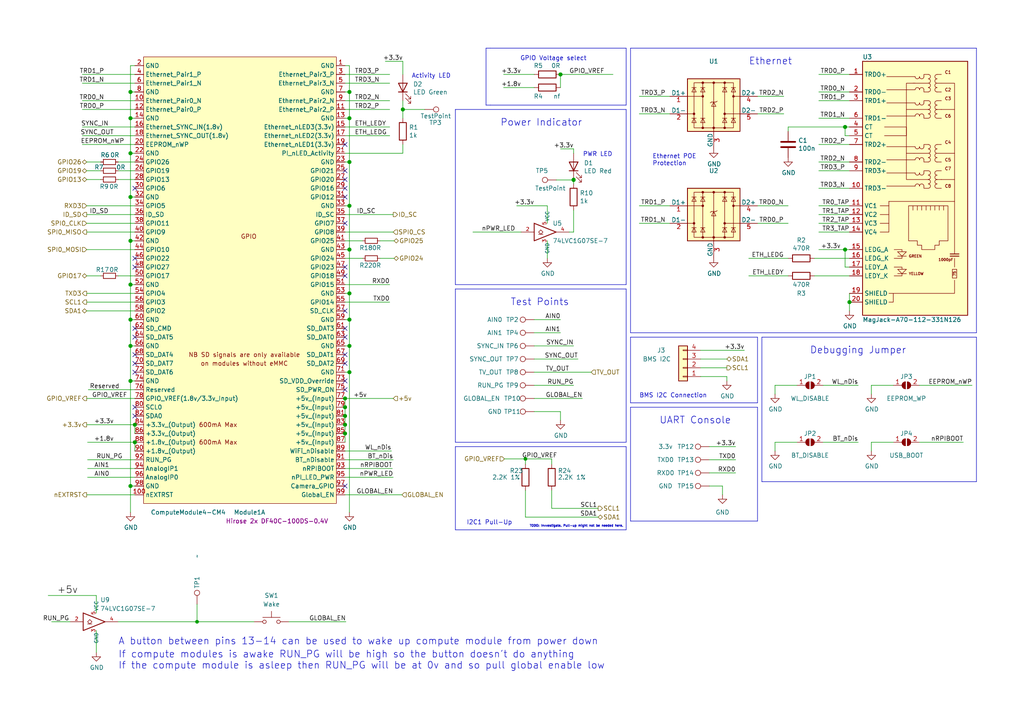
<source format=kicad_sch>
(kicad_sch (version 20211123) (generator eeschema)
  (paper "A4")
  (junction (at 37.846 92.71) (diameter 1.016))
  (junction (at 101.346 59.69) (diameter 1.016))
  (junction (at 152.4 133.096))
  (junction (at 101.346 46.99) (diameter 1.016))
  (junction (at 162.56 21.59) (diameter 1.016))
  (junction (at 101.346 72.39) (diameter 1.016))
  (junction (at 246.38 87.63) (diameter 1.016))
  (junction (at 101.346 26.67) (diameter 1.016))
  (junction (at 245.11 36.83) (diameter 1.016))
  (junction (at 100.076 125.73) (diameter 1.016))
  (junction (at 101.346 85.09) (diameter 1.016))
  (junction (at 37.846 69.85) (diameter 1.016))
  (junction (at 57.15 180.34))
  (junction (at 37.846 26.67) (diameter 1.016))
  (junction (at 100.076 120.65) (diameter 1.016))
  (junction (at 245.11 72.39) (diameter 1.016))
  (junction (at 37.846 100.33) (diameter 1.016))
  (junction (at 37.846 44.45) (diameter 1.016))
  (junction (at 39.116 123.19) (diameter 1.016))
  (junction (at 166.37 52.07))
  (junction (at 116.84 31.75) (diameter 1.016))
  (junction (at 101.346 107.95) (diameter 1.016))
  (junction (at 101.346 34.29) (diameter 1.016))
  (junction (at 166.37 52.197) (diameter 1.016))
  (junction (at 101.346 92.71) (diameter 1.016))
  (junction (at 100.076 115.57) (diameter 1.016))
  (junction (at 100.076 123.19) (diameter 1.016))
  (junction (at 101.346 100.33) (diameter 1.016))
  (junction (at 37.846 82.55) (diameter 1.016))
  (junction (at 39.116 128.27) (diameter 1.016))
  (junction (at 37.846 110.49) (diameter 1.016))
  (junction (at 37.846 34.29) (diameter 1.016))
  (junction (at 37.846 57.15) (diameter 1.016))
  (junction (at 37.846 140.97) (diameter 1.016))
  (junction (at 100.076 118.11) (diameter 1.016))
  (no_connect (at 39.116 77.47))
  (no_connect (at 39.116 74.93))
  (no_connect (at 39.116 95.25))
  (no_connect (at 100.076 49.53))
  (no_connect (at 100.076 52.07))
  (no_connect (at 100.076 54.61))
  (no_connect (at 100.076 77.47))
  (no_connect (at 100.076 80.01))
  (no_connect (at 100.076 90.17))
  (no_connect (at 39.116 54.61))
  (no_connect (at 100.076 102.87))
  (no_connect (at 100.076 105.41))
  (no_connect (at 100.076 113.03))
  (no_connect (at 100.076 95.25))
  (no_connect (at 100.076 97.79))
  (no_connect (at 100.076 57.15))
  (no_connect (at 100.076 64.77))
  (no_connect (at 100.076 110.49))
  (no_connect (at 39.116 120.65))
  (no_connect (at 39.116 118.11))
  (no_connect (at 100.076 140.97))
  (no_connect (at 39.116 97.79))
  (no_connect (at 100.076 41.91))
  (no_connect (at 39.116 107.95))
  (no_connect (at 39.116 105.41))
  (no_connect (at 39.116 102.87))
  (polyline (pts (xy 181.61 129.54) (xy 181.61 153.67)) (stroke (width 0) (type solid)))
  (polyline (pts (xy 132.08 82.55) (xy 132.08 31.75)) (stroke (width 0) (type solid)))
  (wire (pts (xy 23.876 36.83) (xy 39.116 36.83)))
  (wire (pts (xy 37.846 57.15) (xy 39.116 57.15)))
  (wire (pts (xy 100.076 44.45) (xy 116.84 44.45)))
  (wire (pts (xy 237.49 21.59) (xy 246.38 21.59)))
  (wire (pts (xy 210.82 110.49) (xy 210.82 109.22)))
  (wire (pts (xy 34.29 49.53) (xy 39.116 49.53)))
  (wire (pts (xy 110.236 69.85) (xy 114.3 69.85)))
  (wire (pts (xy 152.4 133.096) (xy 152.4 134.62)))
  (wire (pts (xy 101.346 107.95) (xy 101.346 148.59)))
  (wire (pts (xy 100.076 21.59) (xy 113.03 21.59)))
  (polyline (pts (xy 181.61 30.48) (xy 142.24 30.48)) (stroke (width 0) (type solid)))
  (wire (pts (xy 237.49 34.29) (xy 246.38 34.29)))
  (polyline (pts (xy 219.71 151.13) (xy 182.88 151.13)) (stroke (width 0) (type solid)))
  (polyline (pts (xy 283.21 97.79) (xy 283.21 139.7)) (stroke (width 0) (type solid)))
  (wire (pts (xy 83.82 180.34) (xy 100.33 180.34)))
  (wire (pts (xy 245.11 72.39) (xy 246.38 72.39)))
  (wire (pts (xy 101.346 46.99) (xy 101.346 59.69)))
  (wire (pts (xy 160.02 142.24) (xy 160.02 147.447)))
  (wire (pts (xy 37.846 44.45) (xy 37.846 57.15)))
  (wire (pts (xy 34.29 180.34) (xy 57.15 180.34)))
  (polyline (pts (xy 283.21 13.97) (xy 283.21 96.52)) (stroke (width 0) (type solid)))
  (wire (pts (xy 100.076 85.09) (xy 101.346 85.09)))
  (wire (pts (xy 146.05 25.4) (xy 154.94 25.4)))
  (wire (pts (xy 100.076 74.93) (xy 105.156 74.93)))
  (polyline (pts (xy 142.24 13.97) (xy 140.97 13.97)) (stroke (width 0) (type solid)))
  (wire (pts (xy 158.75 59.69) (xy 149.86 59.69)))
  (polyline (pts (xy 182.88 97.79) (xy 182.88 116.84)) (stroke (width 0) (type solid)))
  (wire (pts (xy 25.146 85.09) (xy 39.116 85.09)))
  (wire (pts (xy 27.94 172.72) (xy 27.94 177.8)))
  (wire (pts (xy 25.146 59.69) (xy 39.116 59.69)))
  (wire (pts (xy 25.4 138.43) (xy 39.116 138.43)))
  (polyline (pts (xy 220.98 97.79) (xy 283.21 97.79)) (stroke (width 0) (type solid)))
  (wire (pts (xy 34.29 80.01) (xy 39.116 80.01)))
  (polyline (pts (xy 181.61 83.82) (xy 181.61 128.27)) (stroke (width 0) (type solid)))
  (wire (pts (xy 203.2 109.22) (xy 210.82 109.22)))
  (polyline (pts (xy 132.08 83.82) (xy 181.61 83.82)) (stroke (width 0) (type solid)))
  (wire (pts (xy 154.94 115.57) (xy 168.91 115.57)))
  (polyline (pts (xy 132.08 128.27) (xy 132.08 83.82)) (stroke (width 0) (type solid)))
  (wire (pts (xy 228.6 38.1) (xy 228.6 36.83)))
  (wire (pts (xy 100.076 34.29) (xy 101.346 34.29)))
  (wire (pts (xy 25.146 115.57) (xy 39.116 115.57)))
  (wire (pts (xy 266.7 111.76) (xy 281.94 111.76)))
  (wire (pts (xy 101.346 85.09) (xy 101.346 92.71)))
  (wire (pts (xy 160.02 133.096) (xy 160.02 134.62)))
  (wire (pts (xy 37.846 19.05) (xy 37.846 26.67)))
  (polyline (pts (xy 283.21 139.7) (xy 220.98 139.7)) (stroke (width 0) (type solid)))
  (wire (pts (xy 100.076 36.83) (xy 113.03 36.83)))
  (wire (pts (xy 152.4 149.987) (xy 173.482 149.987)))
  (wire (pts (xy 154.94 111.76) (xy 166.37 111.76)))
  (wire (pts (xy 34.29 46.99) (xy 39.116 46.99)))
  (polyline (pts (xy 181.61 128.27) (xy 132.08 128.27)) (stroke (width 0) (type solid)))
  (wire (pts (xy 154.94 100.33) (xy 166.37 100.33)))
  (wire (pts (xy 37.846 69.85) (xy 39.116 69.85)))
  (wire (pts (xy 100.076 19.05) (xy 101.346 19.05)))
  (wire (pts (xy 25.4 133.35) (xy 39.116 133.35)))
  (wire (pts (xy 100.076 107.95) (xy 101.346 107.95)))
  (wire (pts (xy 252.73 114.3) (xy 252.73 111.76)))
  (wire (pts (xy 236.22 74.93) (xy 246.38 74.93)))
  (wire (pts (xy 266.7 128.27) (xy 279.4 128.27)))
  (wire (pts (xy 23.876 39.37) (xy 39.116 39.37)))
  (wire (pts (xy 237.49 59.69) (xy 246.38 59.69)))
  (wire (pts (xy 152.4 142.24) (xy 152.4 149.987)))
  (wire (pts (xy 25.146 87.63) (xy 39.116 87.63)))
  (wire (pts (xy 39.116 67.31) (xy 25.146 67.31)))
  (wire (pts (xy 100.076 46.99) (xy 101.346 46.99)))
  (wire (pts (xy 100.076 138.43) (xy 114.046 138.43)))
  (wire (pts (xy 100.076 26.67) (xy 101.346 26.67)))
  (wire (pts (xy 236.22 80.01) (xy 246.38 80.01)))
  (wire (pts (xy 39.116 72.39) (xy 25.146 72.39)))
  (wire (pts (xy 100.076 24.13) (xy 113.03 24.13)))
  (wire (pts (xy 39.116 19.05) (xy 37.846 19.05)))
  (wire (pts (xy 166.37 43.18) (xy 162.56 43.18)))
  (wire (pts (xy 25.4 128.27) (xy 39.116 128.27)))
  (wire (pts (xy 100.076 120.65) (xy 100.076 123.19)))
  (wire (pts (xy 100.076 130.81) (xy 113.538 130.81)))
  (wire (pts (xy 39.116 128.27) (xy 39.37 128.27)))
  (polyline (pts (xy 132.08 31.75) (xy 181.61 31.75)) (stroke (width 0) (type solid)))
  (wire (pts (xy 205.74 129.54) (xy 213.36 129.54)))
  (wire (pts (xy 39.116 140.97) (xy 37.846 140.97)))
  (wire (pts (xy 34.29 52.07) (xy 39.116 52.07)))
  (wire (pts (xy 205.74 140.97) (xy 209.55 140.97)))
  (wire (pts (xy 13.97 172.72) (xy 27.94 172.72)))
  (wire (pts (xy 110.236 74.93) (xy 114.3 74.93)))
  (wire (pts (xy 194.31 64.77) (xy 185.42 64.77)))
  (wire (pts (xy 100.076 115.57) (xy 114.046 115.57)))
  (wire (pts (xy 224.79 114.3) (xy 224.79 111.76)))
  (wire (pts (xy 101.346 92.71) (xy 101.346 100.33)))
  (wire (pts (xy 37.846 82.55) (xy 39.116 82.55)))
  (wire (pts (xy 162.56 21.59) (xy 162.56 25.4)))
  (wire (pts (xy 224.79 128.27) (xy 231.14 128.27)))
  (wire (pts (xy 100.076 62.23) (xy 114.046 62.23)))
  (wire (pts (xy 209.55 140.97) (xy 209.55 143.51)))
  (wire (pts (xy 101.346 72.39) (xy 101.346 85.09)))
  (wire (pts (xy 166.37 44.45) (xy 166.37 43.18)))
  (wire (pts (xy 237.49 67.31) (xy 246.38 67.31)))
  (wire (pts (xy 37.846 92.71) (xy 39.116 92.71)))
  (wire (pts (xy 224.79 130.81) (xy 224.79 128.27)))
  (wire (pts (xy 100.076 69.85) (xy 105.156 69.85)))
  (polyline (pts (xy 140.97 30.48) (xy 140.97 13.97)) (stroke (width 0) (type solid)))
  (wire (pts (xy 37.846 110.49) (xy 37.846 140.97)))
  (wire (pts (xy 237.49 62.23) (xy 246.38 62.23)))
  (wire (pts (xy 245.11 77.47) (xy 245.11 72.39)))
  (polyline (pts (xy 181.61 13.97) (xy 181.61 30.48)) (stroke (width 0) (type solid)))
  (wire (pts (xy 246.38 85.09) (xy 246.38 87.63)))
  (wire (pts (xy 100.076 125.73) (xy 100.076 128.27)))
  (wire (pts (xy 25.146 62.23) (xy 39.116 62.23)))
  (wire (pts (xy 205.74 137.16) (xy 213.36 137.16)))
  (wire (pts (xy 25.146 80.01) (xy 29.21 80.01)))
  (wire (pts (xy 25.146 46.99) (xy 29.21 46.99)))
  (wire (pts (xy 100.076 59.69) (xy 101.346 59.69)))
  (wire (pts (xy 237.49 64.77) (xy 246.38 64.77)))
  (wire (pts (xy 100.076 118.11) (xy 100.076 120.65)))
  (wire (pts (xy 25.4 135.89) (xy 39.116 135.89)))
  (wire (pts (xy 158.75 69.85) (xy 158.75 74.93)))
  (wire (pts (xy 166.37 60.96) (xy 166.37 67.31)))
  (wire (pts (xy 162.56 21.59) (xy 177.8 21.59)))
  (wire (pts (xy 100.076 29.21) (xy 113.03 29.21)))
  (wire (pts (xy 100.076 135.89) (xy 113.792 135.89)))
  (wire (pts (xy 100.076 123.19) (xy 100.076 125.73)))
  (wire (pts (xy 23.876 41.91) (xy 39.116 41.91)))
  (wire (pts (xy 224.79 111.76) (xy 231.14 111.76)))
  (wire (pts (xy 23.876 21.59) (xy 39.116 21.59)))
  (wire (pts (xy 160.02 147.447) (xy 173.482 147.447)))
  (wire (pts (xy 237.49 26.67) (xy 246.38 26.67)))
  (wire (pts (xy 100.076 31.75) (xy 113.03 31.75)))
  (wire (pts (xy 166.37 52.07) (xy 166.37 52.197)))
  (wire (pts (xy 237.49 72.39) (xy 245.11 72.39)))
  (wire (pts (xy 203.2 101.6) (xy 215.9 101.6)))
  (wire (pts (xy 219.71 59.69) (xy 228.6 59.69)))
  (wire (pts (xy 100.076 39.37) (xy 113.03 39.37)))
  (wire (pts (xy 228.6 36.83) (xy 245.11 36.83)))
  (wire (pts (xy 37.846 100.33) (xy 39.116 100.33)))
  (wire (pts (xy 166.37 67.31) (xy 165.1 67.31)))
  (wire (pts (xy 100.076 82.55) (xy 113.03 82.55)))
  (wire (pts (xy 100.076 67.31) (xy 114.046 67.31)))
  (wire (pts (xy 154.94 92.71) (xy 162.56 92.71)))
  (wire (pts (xy 185.42 27.94) (xy 194.31 27.94)))
  (wire (pts (xy 25.146 143.51) (xy 39.116 143.51)))
  (wire (pts (xy 238.76 128.27) (xy 248.92 128.27)))
  (polyline (pts (xy 181.61 82.55) (xy 132.08 82.55)) (stroke (width 0) (type solid)))
  (wire (pts (xy 57.15 180.34) (xy 73.66 180.34)))
  (polyline (pts (xy 219.71 97.79) (xy 219.71 116.84)) (stroke (width 0) (type solid)))
  (wire (pts (xy 152.4 133.096) (xy 160.02 133.096)))
  (wire (pts (xy 101.346 26.67) (xy 101.346 34.29)))
  (polyline (pts (xy 283.21 96.52) (xy 182.88 96.52)) (stroke (width 0) (type solid)))
  (wire (pts (xy 39.116 125.73) (xy 39.116 123.19)))
  (wire (pts (xy 237.49 41.91) (xy 246.38 41.91)))
  (wire (pts (xy 158.75 64.77) (xy 158.75 59.69)))
  (polyline (pts (xy 182.88 151.13) (xy 182.88 118.11)) (stroke (width 0) (type solid)))
  (polyline (pts (xy 142.24 13.97) (xy 181.61 13.97)) (stroke (width 0) (type solid)))
  (wire (pts (xy 116.84 31.75) (xy 116.84 29.21)))
  (polyline (pts (xy 219.71 116.84) (xy 182.88 116.84)) (stroke (width 0) (type solid)))
  (wire (pts (xy 217.17 80.01) (xy 228.6 80.01)))
  (wire (pts (xy 161.3662 52.197) (xy 166.37 52.197)))
  (polyline (pts (xy 182.88 97.79) (xy 219.71 97.79)) (stroke (width 0) (type solid)))
  (wire (pts (xy 39.116 130.81) (xy 39.116 128.27)))
  (polyline (pts (xy 181.61 153.67) (xy 132.08 153.67)) (stroke (width 0) (type solid)))
  (wire (pts (xy 101.346 59.69) (xy 101.346 72.39)))
  (wire (pts (xy 166.37 52.197) (xy 166.37 53.34)))
  (wire (pts (xy 116.84 21.59) (xy 116.84 17.78)))
  (wire (pts (xy 219.71 33.02) (xy 227.33 33.02)))
  (wire (pts (xy 100.076 100.33) (xy 101.346 100.33)))
  (wire (pts (xy 100.076 143.51) (xy 116.586 143.51)))
  (wire (pts (xy 37.846 110.49) (xy 39.116 110.49)))
  (wire (pts (xy 252.73 130.81) (xy 252.73 128.27)))
  (wire (pts (xy 100.076 133.35) (xy 114.046 133.35)))
  (wire (pts (xy 37.846 44.45) (xy 39.116 44.45)))
  (polyline (pts (xy 182.88 118.11) (xy 219.71 118.11)) (stroke (width 0) (type solid)))
  (polyline (pts (xy 182.88 96.52) (xy 182.88 13.97)) (stroke (width 0) (type solid)))
  (wire (pts (xy 100.076 115.57) (xy 100.076 118.11)))
  (wire (pts (xy 219.71 27.94) (xy 227.33 27.94)))
  (polyline (pts (xy 181.61 31.75) (xy 181.61 82.55)) (stroke (width 0) (type solid)))
  (wire (pts (xy 217.17 74.93) (xy 228.6 74.93)))
  (wire (pts (xy 39.116 34.29) (xy 37.846 34.29)))
  (wire (pts (xy 101.346 34.29) (xy 101.346 46.99)))
  (wire (pts (xy 238.76 111.76) (xy 248.92 111.76)))
  (wire (pts (xy 23.876 29.21) (xy 39.116 29.21)))
  (wire (pts (xy 185.42 33.02) (xy 194.31 33.02)))
  (wire (pts (xy 25.146 52.07) (xy 29.21 52.07)))
  (wire (pts (xy 37.846 34.29) (xy 37.846 44.45)))
  (polyline (pts (xy 140.97 30.48) (xy 142.24 30.48)) (stroke (width 0) (type solid)))
  (wire (pts (xy 25.146 90.17) (xy 39.116 90.17)))
  (wire (pts (xy 100.076 92.71) (xy 101.346 92.71)))
  (wire (pts (xy 39.116 26.67) (xy 37.846 26.67)))
  (wire (pts (xy 25.146 49.53) (xy 29.21 49.53)))
  (wire (pts (xy 27.94 182.88) (xy 27.94 189.23)))
  (wire (pts (xy 37.846 82.55) (xy 37.846 92.71)))
  (wire (pts (xy 246.38 87.63) (xy 246.38 90.17)))
  (wire (pts (xy 25.6032 113.03) (xy 39.116 113.03)))
  (wire (pts (xy 146.304 133.096) (xy 152.4 133.096)))
  (polyline (pts (xy 220.98 97.79) (xy 220.98 139.7)) (stroke (width 0) (type solid)))
  (wire (pts (xy 162.56 119.38) (xy 162.56 121.92)))
  (wire (pts (xy 111.76 17.78) (xy 116.84 17.78)))
  (wire (pts (xy 37.846 92.71) (xy 37.846 100.33)))
  (wire (pts (xy 246.38 77.47) (xy 245.11 77.47)))
  (wire (pts (xy 154.94 107.95) (xy 171.45 107.95)))
  (wire (pts (xy 37.846 100.33) (xy 37.846 110.49)))
  (wire (pts (xy 101.346 19.05) (xy 101.346 26.67)))
  (wire (pts (xy 37.846 140.97) (xy 37.846 148.59)))
  (wire (pts (xy 25.146 123.19) (xy 39.116 123.19)))
  (wire (pts (xy 237.49 54.61) (xy 246.38 54.61)))
  (wire (pts (xy 185.42 59.69) (xy 194.31 59.69)))
  (wire (pts (xy 246.38 39.37) (xy 245.11 39.37)))
  (wire (pts (xy 137.16 67.31) (xy 151.13 67.31)))
  (wire (pts (xy 252.73 128.27) (xy 259.08 128.27)))
  (wire (pts (xy 245.11 39.37) (xy 245.11 36.83)))
  (wire (pts (xy 37.846 57.15) (xy 37.846 69.85)))
  (polyline (pts (xy 132.08 129.54) (xy 181.61 129.54)) (stroke (width 0) (type solid)))
  (wire (pts (xy 101.346 100.33) (xy 101.346 107.95)))
  (wire (pts (xy 154.94 104.14) (xy 167.64 104.14)))
  (wire (pts (xy 205.74 133.35) (xy 213.36 133.35)))
  (polyline (pts (xy 219.71 118.11) (xy 219.71 151.13)) (stroke (width 0) (type solid)))
  (wire (pts (xy 23.876 24.13) (xy 39.116 24.13)))
  (wire (pts (xy 146.05 21.59) (xy 154.94 21.59)))
  (wire (pts (xy 14.986 180.34) (xy 20.32 180.34)))
  (wire (pts (xy 203.2 106.68) (xy 210.82 106.68)))
  (wire (pts (xy 237.49 49.53) (xy 246.38 49.53)))
  (wire (pts (xy 246.38 36.83) (xy 245.11 36.83)))
  (polyline (pts (xy 132.08 129.54) (xy 132.08 153.67)) (stroke (width 0) (type solid)))
  (wire (pts (xy 123.19 31.75) (xy 116.84 31.75)))
  (wire (pts (xy 154.94 119.38) (xy 162.56 119.38)))
  (wire (pts (xy 116.84 34.29) (xy 116.84 31.75)))
  (wire (pts (xy 154.94 96.52) (xy 162.56 96.52)))
  (wire (pts (xy 116.84 44.45) (xy 116.84 41.91)))
  (wire (pts (xy 237.49 46.99) (xy 246.38 46.99)))
  (wire (pts (xy 219.71 64.77) (xy 228.6 64.77)))
  (wire (pts (xy 203.2 104.14) (xy 210.82 104.14)))
  (wire (pts (xy 100.076 87.63) (xy 113.03 87.63)))
  (wire (pts (xy 57.15 175.26) (xy 57.15 180.34)))
  (wire (pts (xy 23.876 31.75) (xy 39.116 31.75)))
  (wire (pts (xy 39.116 64.77) (xy 25.146 64.77)))
  (wire (pts (xy 37.846 69.85) (xy 37.846 82.55)))
  (wire (pts (xy 100.076 72.39) (xy 101.346 72.39)))
  (polyline (pts (xy 182.88 13.97) (xy 283.21 13.97)) (stroke (width 0) (type solid)))
  (wire (pts (xy 237.49 29.21) (xy 246.38 29.21)))
  (wire (pts (xy 252.73 111.76) (xy 259.08 111.76)))
  (wire (pts (xy 37.846 26.67) (xy 37.846 34.29)))
  (text "Power Indicator" (at 168.91 36.83 180) (effects (font (size 2 2)) (justify right bottom)))
  (text "PWR LED" (at 169.037 45.593 0) (effects (font (size 1.27 1.27)) (justify left bottom)))
  (text "Ethernet POE\nProtection" (at 189.23 48.26 0) (effects (font (size 1.27 1.27)) (justify left bottom)))
  (text "Debugging Jumper" (at 262.89 102.87 180) (effects (font (size 2 2)) (justify right bottom)))
  (text "UART Console" (at 212.09 123.19 180) (effects (font (size 2 2)) (justify right bottom)))
  (text "GPIO Voltage select\n" (at 170.18 17.78 180) (effects (font (size 1.27 1.27)) (justify right bottom)))
  (text "Ethernet" (at 217.17 19.05 0) (effects (font (size 2.0066 2.0066)) (justify left bottom)))
  (text "Activity LED" (at 119.38 22.86 0) (effects (font (size 1.27 1.27)) (justify left bottom)))
  (text "I2C1 Pull-Up" (at 148.59 152.4 180) (effects (font (size 1.27 1.27)) (justify right bottom)))
  (text "A button between pins 13-14 can be used to wake up compute module from power down\n\n" (at 34.29 190.5 0) (effects (font (size 2.007 2.007)) (justify left bottom)))
  (text "If compute modules is awake RUN_PG will be high so the button doesn't do anything\nIf the compute module is asleep then RUN_PG will be at 0v and so pull global enable low" (at 34.29 194.31 0) (effects (font (size 2.007 2.007)) (justify left bottom)))
  (text "TODO: Invvestigate. Pull-up might not be needed here." (at 180.848 153.035 0) (effects (font (size 0.64 0.64)) (justify right bottom)))
  (text "Test Points" (at 165.1 88.9 180) (effects (font (size 2 2)) (justify right bottom)))
  (text "BMS I2C Connection" (at 185.42 115.57 0) (effects (font (size 1.27 1.27)) (justify left bottom)))
  (label "GLOBAL_EN" (at 168.91 115.57 180))
  (label "TRD1_N" (at 193.04 64.77 180))
  (label "TRD2_P" (at 245.11 41.91 180))
  (label "BT_nDis" (at 248.92 128.27 180))
  (label "TRD2_N" (at 245.11 46.99 180))
  (label "+3.3v" (at 215.9 101.6 180))
  (label "TR2_TAP" (at 246.38 64.77 180))
  (label "ID_SC" (at 108.966 62.23 180))
  (label "TRD1_P" (at 245.11 29.21 180))
  (label "TRD1_P" (at 30.226 21.59 180))
  (label "Reserved" (at 34.671 113.03 180))
  (label "+3.3v" (at 151.13 21.59 180))
  (label "nPWR_LED" (at 114.046 138.43 180))
  (label "+5v" (at 16.51 172.72 0) (effects (font (size 2.0066 2.0066))))
  (label "WL_nDis" (at 248.92 111.76 180))
  (label "BT_nDis" (at 114.046 133.35 180))
  (label "+3.3v" (at 213.36 129.54 180))
  (label "EEPROM_nWP" (at 36.068 41.91 180))
  (label "TRD0_N" (at 227.33 59.69 180))
  (label "AIN0" (at 162.56 92.71 180))
  (label "RXD0" (at 213.36 137.16 180))
  (label "SYNC_IN" (at 31.496 36.83 180))
  (label "TRD3_N" (at 193.04 33.02 180))
  (label "TRD2_P" (at 102.87 31.75 0))
  (label "nRPIBOOT" (at 113.792 135.89 180))
  (label "GPIO_VREF" (at 26.67 115.57 0))
  (label "TRD3_N" (at 102.87 24.13 0))
  (label "TR0_TAP" (at 246.38 59.69 180))
  (label "SDA1" (at 173.228 149.987 180))
  (label "TRD0_P" (at 227.33 64.77 180))
  (label "AIN1" (at 162.56 96.52 180))
  (label "TRD2_N" (at 227.33 27.94 180))
  (label "GPIO_VREF" (at 165.1 21.59 0))
  (label "TRD0_P" (at 245.11 21.59 180))
  (label "TRD2_P" (at 227.33 33.02 180))
  (label "ETH_LEDG" (at 227.33 74.93 180))
  (label "+3.3v" (at 166.37 43.18 180))
  (label "GPIO_VREF" (at 151.384 133.096 0))
  (label "AIN1" (at 31.75 135.89 180))
  (label "TRD3_N" (at 245.11 54.61 180))
  (label "SYNC_IN" (at 166.37 100.33 180))
  (label "TRD0_N" (at 30.226 29.21 180))
  (label "RUN_PG" (at 166.37 111.76 180))
  (label "TRD1_N" (at 245.11 34.29 180))
  (label "TXD0" (at 213.36 133.35 180))
  (label "nPWR_LED" (at 139.7 67.31 0))
  (label "+3.3v" (at 33.02 123.19 180))
  (label "+5v" (at 106.426 115.57 180))
  (label "SYNC_OUT" (at 33.02 39.37 180))
  (label "TXD0" (at 113.03 87.63 180))
  (label "EEPROM_nWP" (at 281.94 111.76 180))
  (label "SYNC_OUT" (at 167.64 104.14 180))
  (label "SCL1" (at 173.228 147.447 180))
  (label "GLOBAL_EN" (at 114.046 143.51 180))
  (label "GLOBAL_EN" (at 100.33 180.34 180))
  (label "+1.8v" (at 33.02 128.27 180))
  (label "TV_OUT" (at 165.1 107.95 180))
  (label "RUN_PG" (at 35.56 133.35 180))
  (label "TRD3_P" (at 245.11 49.53 180))
  (label "TRD3_P" (at 102.87 21.59 0))
  (label "TRD1_N" (at 30.226 24.13 180))
  (label "ETH_LEDG" (at 102.87 39.37 0))
  (label "TR1_TAP" (at 246.38 62.23 180))
  (label "RXD0" (at 113.03 82.55 180))
  (label "+3.3v" (at 116.84 17.78 180))
  (label "ETH_LEDY" (at 102.87 36.83 0))
  (label "+3.3v" (at 243.84 72.39 180))
  (label "WL_nDis" (at 113.538 130.81 180))
  (label "ID_SD" (at 31.496 62.23 180))
  (label "TRD2_N" (at 102.87 29.21 0))
  (label "nRPIBOOT" (at 279.4 128.27 180))
  (label "+3.3v" (at 154.94 59.69 180))
  (label "TRD3_P" (at 193.04 27.94 180))
  (label "+1.8v" (at 151.13 25.4 180))
  (label "RUN_PG" (at 20.066 180.34 180))
  (label "TRD1_P" (at 193.04 59.69 180))
  (label "TRD0_N" (at 245.11 26.67 180))
  (label "TRD0_P" (at 30.226 31.75 180))
  (label "ETH_LEDY" (at 227.33 80.01 180))
  (label "AIN0" (at 31.75 138.43 180))
  (label "TR3_TAP" (at 246.38 67.31 180))
  (hierarchical_label "+5v" (shape input) (at 114.046 115.57 0))
  (hierarchical_label "GLOBAL_EN" (shape input) (at 116.586 143.51 0))
  (hierarchical_label "ID_SC" (shape output) (at 114.046 62.23 0))
  (hierarchical_label "SCL1" (shape output) (at 210.82 106.68 0))
  (hierarchical_label "SDA1" (shape bidirectional) (at 173.482 149.987 0))
  (hierarchical_label "SDA1" (shape bidirectional) (at 210.82 104.14 0))
  (hierarchical_label "GPIO26" (shape bidirectional) (at 25.146 46.99 180))
  (hierarchical_label "SPI0_MISO" (shape output) (at 25.146 67.31 180))
  (hierarchical_label "GPIO_VREF" (shape input) (at 146.304 133.096 180))
  (hierarchical_label "GPIO13" (shape bidirectional) (at 25.146 52.07 180))
  (hierarchical_label "RXD3" (shape input) (at 25.146 59.69 180))
  (hierarchical_label "GPIO19" (shape bidirectional) (at 25.146 49.53 180))
  (hierarchical_label "SDA1" (shape bidirectional) (at 25.146 90.17 180))
  (hierarchical_label "SPI0_MOSI" (shape input) (at 25.146 72.39 180))
  (hierarchical_label "SPI0_CLK" (shape input) (at 25.146 64.77 180))
  (hierarchical_label "GPIO25" (shape bidirectional) (at 114.3 69.85 0))
  (hierarchical_label "SCL1" (shape output) (at 173.482 147.447 0))
  (hierarchical_label "TXD3" (shape output) (at 25.146 85.09 180))
  (hierarchical_label "GPIO17" (shape bidirectional) (at 25.146 80.01 180))
  (hierarchical_label "TV_OUT" (shape input) (at 171.45 107.95 0))
  (hierarchical_label "GPIO24" (shape bidirectional) (at 114.3 74.93 0))
  (hierarchical_label "SPI0_CS" (shape input) (at 114.046 67.31 0))
  (hierarchical_label "ID_SD" (shape output) (at 25.146 62.23 180))
  (hierarchical_label "GPIO_VREF" (shape output) (at 25.146 115.57 180))
  (hierarchical_label "SCL1" (shape output) (at 25.146 87.63 180))
  (hierarchical_label "nEXTRST" (shape output) (at 25.146 143.51 180))
  (hierarchical_label "+3.3v" (shape output) (at 25.146 123.19 180))
  (symbol (lib_id "Teapot:74LVC1G07") (at 158.75 67.31 0) (unit 1)
    (property "Reference" "U5" (at 160.274 64.77 0) (effects (justify left)))
    (property "Value" "74LVC1G07SE-7" (at 160.274 69.85 0) (effects (justify left)))
    (property "Footprint" "Package_TO_SOT_SMD:SOT-353_SC-70-5" (effects hide))
    (property "Datasheet" "http://www.ti.com/lit/sg/scyt129e/scyt129e.pdf" (effects hide))
    (property "Field4" "Farnell" (effects hide))
    (property "Field5" "2425492" (effects hide))
    (property "Field6" "74LVC1G07SE-7" (effects hide))
    (property "Field7" "Diodes" (effects hide))
    (property "Part Description" "Buffer, Non-Inverting 1 Element 1 Bit per Element Open Drain Output SOT-353" (effects hide))
  )
  (symbol (lib_id "Teapot:74LVC1G07") (at 27.94 180.34 0) (unit 1)
    (property "Reference" "U9" (at 30.48 173.99 0))
    (property "Value" "74LVC1G07SE-7" (at 37.084 176.53 0))
    (property "Footprint" "Package_TO_SOT_SMD:SOT-353_SC-70-5" (effects hide))
    (property "Datasheet" "http://www.ti.com/lit/sg/scyt129e/scyt129e.pdf" (effects hide))
    (property "Field4" "Farnell" (effects hide))
    (property "Field5" "2425492" (effects hide))
    (property "Field6" "74LVC1G07SE-7" (effects hide))
    (property "Field7" "Diodes" (effects hide))
    (property "Part Description" "Buffer, Non-Inverting 1 Element 1 Bit per Element Open Drain Output SOT-353" (effects hide))
  )
  (symbol (lib_id "power:GND") (at 27.94 189.23 0) (unit 1)
    (property "Reference" "#PWR027" (effects hide))
    (property "Value" "GND" (at 28.067 193.6242 0))
  )
  (symbol (lib_id "Teapot:MagJack-A70-112-331N126") (at 267.97 92.71 0) (unit 1)
    (property "Reference" "U3" (at 250.19 16.51 0) (effects (justify left)))
    (property "Value" "MagJack-A70-112-331N126" (at 250.19 92.71 0) (effects (justify left)))
    (property "Footprint" "Teapot:TRJG0926HENL" (effects hide))
    (property "Datasheet" "https://p.globalsources.com/IMAGES/PDT/SPEC/690/K1160305690.pdf" (effects hide))
    (property "Field6" "TRJG0926HENL" (effects hide))
    (property "Field7" "Trxcon" (effects hide))
    (property "Field8" "UCON00900" (effects hide))
    (property "Part Description" "Gigabit Ethernet Magjack" (effects hide))
  )
  (symbol (lib_id "Device:C") (at 228.6 41.91 0) (unit 1)
    (property "Reference" "C1" (at 231.521 40.7416 0) (effects (justify left)))
    (property "Value" "100n" (at 231.521 43.053 0) (effects (justify left)))
    (property "Footprint" "Capacitor_SMD:C_0402_1005Metric" (effects hide))
    (property "Datasheet" "https://search.murata.co.jp/Ceramy/image/img/A01X/G101/ENG/GRM155R71C104KA88-01.pdf" (effects hide))
    (property "Field4" "Farnell" (effects hide))
    (property "Field5" "2611911" (effects hide))
    (property "Field6" "RM EMK105 B7104KV-F" (effects hide))
    (property "Field7" "TAIYO YUDEN EUROPE GMBH" (effects hide))
    (property "Part Description" "	0.1uF 10% 16V Ceramic Capacitor X7R 0402 (1005 Metric)" (effects hide))
    (property "Field8" "110091611" (effects hide))
  )
  (symbol (lib_id "power:GND") (at 228.6 45.72 0) (unit 1)
    (property "Reference" "#PWR0103" (effects hide))
    (property "Value" "GND" (at 228.727 50.1142 0))
  )
  (symbol (lib_id "Device:R") (at 232.41 74.93 270) (unit 1)
    (property "Reference" "R2" (at 232.41 69.6722 90))
    (property "Value" "470R" (at 232.41 71.9836 90))
    (property "Footprint" "Resistor_SMD:R_0402_1005Metric" (effects hide))
    (property "Datasheet" "https://fscdn.rohm.com/en/products/databook/datasheet/passive/resistor/chip_resistor/mcr-e.pdf" (effects hide))
    (property "Field4" "Farnell" (effects hide))
    (property "Field5" "9239197" (effects hide))
    (property "Field7" "KOA EUROPE GMBH" (effects hide))
    (property "Field6" "RK73G1ETQTP4700D         " (effects hide))
    (property "Field8" "120887981" (effects hide))
    (property "Part Description" "Resistor 470R M1005 1% 63mW" (effects hide))
  )
  (symbol (lib_id "Device:R") (at 232.41 80.01 270) (unit 1)
    (property "Reference" "R3" (at 232.41 85.09 90))
    (property "Value" "470R" (at 232.41 82.55 90))
    (property "Footprint" "Resistor_SMD:R_0402_1005Metric" (effects hide))
    (property "Datasheet" "https://fscdn.rohm.com/en/products/databook/datasheet/passive/resistor/chip_resistor/mcr-e.pdf" (effects hide))
    (property "Field4" "Farnell" (effects hide))
    (property "Field5" "9239197" (effects hide))
    (property "Field7" "KOA EUROPE GMBH" (effects hide))
    (property "Field6" "RK73G1ETQTP4700D         " (effects hide))
    (property "Field8" "120887981" (effects hide))
    (property "Part Description" "Resistor 470R M1005 1% 63mW" (effects hide))
  )
  (symbol (lib_id "power:GND") (at 37.846 148.59 0) (unit 1)
    (property "Reference" "#PWR0104" (effects hide))
    (property "Value" "GND" (at 37.973 152.9842 0))
  )
  (symbol (lib_id "power:GND") (at 101.346 148.59 0) (unit 1)
    (property "Reference" "#PWR0105" (effects hide))
    (property "Value" "GND" (at 101.473 152.9842 0))
  )
  (symbol (lib_id "Device:LED") (at 116.84 25.4 90) (unit 1)
    (property "Reference" "D2" (at 119.8118 24.4094 90) (effects (justify right)))
    (property "Value" "LED Green" (at 119.8118 26.7208 90) (effects (justify right)))
    (property "Footprint" "LED_SMD:LED_0603_1608Metric" (effects hide))
    (property "Datasheet" "http://optoelectronics.liteon.com/upload/download/DS22-2000-226/LTST-S270KGKT.pdf" (effects hide))
    (property "Field4" "Digikey " (effects hide))
    (property "Field5" "LTST-S270KGKT" (effects hide))
    (property "Field6" "SML-A12M8TT86N" (effects hide))
    (property "Field7" "Rohm" (effects hide))
    (property "Field8" "650263301" (effects hide))
    (property "Part Description" "	Green 572nm LED Indication - Discrete 2.2V 2-SMD, No Lead" (effects hide))
  )
  (symbol (lib_id "Device:R") (at 116.84 38.1 0) (unit 1)
    (property "Reference" "R1" (at 118.618 36.9316 0) (effects (justify left)))
    (property "Value" "1k" (at 118.618 39.243 0) (effects (justify left)))
    (property "Footprint" "Resistor_SMD:R_0402_1005Metric" (effects hide))
    (property "Datasheet" "https://fscdn.rohm.com/en/products/databook/datasheet/passive/resistor/chip_resistor/mcr-e.pdf" (effects hide))
    (property "Field4" "Farnell" (effects hide))
    (property "Field5" "9239235" (effects hide))
    (property "Field7" "KOA EUROPE GMBH" (effects hide))
    (property "Field6" "RK73H1ETTP1001F" (effects hide))
    (property "Part Description" "Resistor 1K M1005 1% 63mW" (effects hide))
    (property "Field8" "125049511" (effects hide))
  )
  (symbol (lib_id "power:GND") (at 158.75 74.93 0) (unit 1)
    (property "Reference" "#PWR05" (effects hide))
    (property "Value" "GND" (at 158.877 79.3242 0))
  )
  (symbol (lib_id "Device:LED") (at 166.37 48.26 90) (unit 1)
    (property "Reference" "D1" (at 169.3418 47.2694 90) (effects (justify right)))
    (property "Value" "LED Red" (at 169.3418 49.5808 90) (effects (justify right)))
    (property "Footprint" "LED_SMD:LED_0603_1608Metric" (effects hide))
    (property "Datasheet" "http://optoelectronics.liteon.com/upload/download/DS22-2000-210/LTST-S270KRKT.pdf" (effects hide))
    (property "Field4" "Digikey " (effects hide))
    (property "Field5" "	LTST-S270KRKT" (effects hide))
    (property "Field6" "SML-A12U8TT86Q" (effects hide))
    (property "Field7" "Rohm" (effects hide))
    (property "Field8" "650295101" (effects hide))
    (property "Part Description" "	Red 620nm LED Indication - Discrete 2.2V 2-SMD, No Lead" (effects hide))
  )
  (symbol (lib_id "Device:R") (at 166.37 57.15 0) (unit 1)
    (property "Reference" "R10" (at 168.148 55.9816 0) (effects (justify left)))
    (property "Value" "1k" (at 168.148 58.293 0) (effects (justify left)))
    (property "Footprint" "Resistor_SMD:R_0402_1005Metric" (effects hide))
    (property "Datasheet" "https://fscdn.rohm.com/en/products/databook/datasheet/passive/resistor/chip_resistor/mcr-e.pdf" (effects hide))
    (property "Field4" "Farnell" (effects hide))
    (property "Field5" "9239235" (effects hide))
    (property "Field7" "KOA EUROPE GMBH" (effects hide))
    (property "Field6" "RK73H1ETTP1001F" (effects hide))
    (property "Part Description" "Resistor 1K M1005 1% 63mW" (effects hide))
    (property "Field8" "125049511" (effects hide))
  )
  (symbol (lib_id "power:GND") (at 162.56 121.92 0) (unit 1)
    (property "Reference" "#PWR0106" (effects hide))
    (property "Value" "GND" (at 162.687 126.3142 0))
  )
  (symbol (lib_id "Connector:TestPoint") (at 161.3662 52.197 90) (unit 1)
    (property "Reference" "TP5" (at 159.004 49.53 90) (effects (justify left)))
    (property "Value" "TestPoint" (at 164.084 54.61 90) (effects (justify left)))
    (property "Footprint" "TestPoint:TestPoint_Pad_2.0x2.0mm" (effects hide))
    (property "Field4" "nf" (effects hide))
    (property "Field5" "nf" (effects hide))
    (property "Field6" "nf" (effects hide))
    (property "Field7" "nf" (effects hide))
  )
  (symbol (lib_id "Device:R") (at 158.75 21.59 90) (unit 1)
    (property "Reference" "R5" (at 157.48 19.05 90) (effects (justify left)))
    (property "Value" "0R" (at 162.56 19.05 90) (effects (justify left)))
    (property "Footprint" "Resistor_SMD:R_0805_2012Metric_Pad1.15x1.40mm_HandSolder" (effects hide))
    (property "Datasheet" "https://fscdn.rohm.com/en/products/databook/datasheet/passive/resistor/chip_resistor/mcr-e.pdf" (effects hide))
    (property "Field4" "Farnell" (effects hide))
    (property "Field5" "9233750" (effects hide))
    (property "Field7" "Rohm" (effects hide))
    (property "Field6" "MCR10EZPJ000" (effects hide))
    (property "Part Description" "Resistor 0R M2012 5% " (effects hide))
    (property "Field8" "121629591" (effects hide))
  )
  (symbol (lib_id "Device:R") (at 158.75 25.4 90) (unit 1)
    (property "Reference" "R4" (at 157.48 27.94 90) (effects (justify left)))
    (property "Value" "nf" (at 162.56 27.94 90) (effects (justify left)))
    (property "Footprint" "Resistor_SMD:R_0805_2012Metric_Pad1.15x1.40mm_HandSolder" (effects hide))
    (property "Datasheet" "https://fscdn.rohm.com/en/products/databook/datasheet/passive/resistor/chip_resistor/mcr-e.pdf" (effects hide))
    (property "Field4" "nf" (effects hide))
    (property "Field5" "nf" (effects hide))
    (property "Field6" "nf" (effects hide))
  )
  (symbol (lib_id "power:GND") (at 246.38 90.17 0) (unit 1)
    (property "Reference" "#PWR0109" (effects hide))
    (property "Value" "GND" (at 246.507 94.5642 0))
  )
  (symbol (lib_id "power:GND") (at 207.01 74.93 0) (unit 1)
    (property "Reference" "#PWR0110" (effects hide))
    (property "Value" "GND" (at 207.137 79.3242 0))
  )
  (symbol (lib_id "power:GND") (at 207.01 43.18 0) (unit 1)
    (property "Reference" "#PWR0111" (effects hide))
    (property "Value" "GND" (at 207.137 47.5742 0))
  )
  (symbol (lib_id "Connector:TestPoint") (at 57.15 175.26 0) (unit 1)
    (property "Reference" "TP1" (at 57.15 168.91 90))
    (property "Value" "~" (at 57.15 161.29 90))
    (property "Footprint" "TestPoint:TestPoint_Pad_D1.0mm" (effects hide))
  )
  (symbol (lib_id "Device:R_Small") (at 31.75 80.01 90) (unit 1)
    (property "Reference" "R17" (at 29.718 78.232 90))
    (property "Value" "0R" (at 33.02 78.232 90))
    (property "Footprint" "Resistor_SMD:R_0402_1005Metric" (effects hide))
  )
  (symbol (lib_id "Connector:TestPoint") (at 154.94 96.52 90) (unit 1)
    (property "Reference" "TP4" (at 148.59 96.52 90))
    (property "Value" "AIN1" (at 143.51 96.52 90))
    (property "Footprint" "TestPoint:TestPoint_Pad_D1.0mm" (effects hide))
  )
  (symbol (lib_id "Connector:TestPoint") (at 205.74 133.35 90) (unit 1)
    (property "Reference" "TP13" (at 198.882 133.35 90))
    (property "Value" "TXD0" (at 193.04 133.35 90))
    (property "Footprint" "TestPoint:TestPoint_Pad_D1.0mm" (effects hide))
  )
  (symbol (lib_id "power:GND") (at 252.73 114.3 0) (unit 1)
    (property "Reference" "#PWR0113" (effects hide))
    (property "Value" "GND" (at 252.857 118.6942 0))
  )
  (symbol (lib_id "Connector:TestPoint") (at 205.74 137.16 90) (unit 1)
    (property "Reference" "TP14" (at 198.882 137.16 90))
    (property "Value" "RXD0" (at 193.04 137.16 90))
    (property "Footprint" "TestPoint:TestPoint_Pad_D1.0mm" (effects hide))
  )
  (symbol (lib_id "Device:R") (at 152.4 138.43 0) (unit 1)
    (property "Reference" "R23" (at 147.828 136.525 0) (effects (justify left)))
    (property "Value" "2.2K 1%" (at 142.748 138.43 0) (effects (justify left)))
    (property "Footprint" "Resistor_SMD:R_0402_1005Metric" (effects hide))
    (property "Datasheet" "https://fscdn.rohm.com/en/products/databook/datasheet/passive/resistor/chip_resistor/mcr-e.pdf" (effects hide))
    (property "Field4" "Farnell" (effects hide))
    (property "Field5" "9239278" (effects hide))
    (property "Field7" "KOA EUROPE GMBH" (effects hide))
    (property "Field6" "RK73G1ETQTP2201D         " (effects hide))
    (property "Part Description" "Resistor 2.2K M1005 1% 63mW" (effects hide))
    (property "Field8" "120889581" (effects hide))
  )
  (symbol (lib_id "Connector:TestPoint") (at 154.94 92.71 90) (unit 1)
    (property "Reference" "TP2" (at 148.59 92.71 90))
    (property "Value" "AIN0" (at 143.51 92.71 90))
    (property "Footprint" "TestPoint:TestPoint_Pad_D1.0mm" (effects hide))
  )
  (symbol (lib_id "Teapot:TPD4EUSB30") (at 207.01 30.48 0) (unit 1)
    (property "Reference" "U1" (at 207.01 17.78 0))
    (property "Datasheet" "http://www.ti.com/lit/ds/symlink/tpd2eusb30a.pdf" (effects hide))
  )
  (symbol (lib_id "Device:R_Small") (at 31.75 49.53 90) (unit 1)
    (property "Reference" "R7" (at 28.702 48.514 90))
    (property "Value" "0R" (at 35.052 48.514 90))
    (property "Footprint" "Resistor_SMD:R_0402_1005Metric" (effects hide))
  )
  (symbol (lib_id "Connector:TestPoint") (at 154.94 115.57 90) (unit 1)
    (property "Reference" "TP10" (at 148.59 115.57 90))
    (property "Value" "GLOBAL_EN" (at 139.7 115.57 90))
    (property "Footprint" "TestPoint:TestPoint_Pad_D1.0mm" (effects hide))
  )
  (symbol (lib_id "Jumper:SolderJumper_2_Open") (at 234.95 111.76 0) (unit 1)
    (property "Reference" "JP1" (at 234.95 109.22 0))
    (property "Value" "WL_DISABLE" (at 234.95 115.57 0))
    (property "Footprint" "Jumper:SolderJumper-2_P1.3mm_Open_RoundedPad1.0x1.5mm" (effects hide))
  )
  (symbol (lib_id "power:GND") (at 210.82 110.49 0) (unit 1)
    (property "Reference" "#PWR0135" (effects hide))
    (property "Value" "GND" (at 210.947 114.8842 0))
  )
  (symbol (lib_id "power:GND") (at 224.79 130.81 0) (unit 1)
    (property "Reference" "#PWR0108" (effects hide))
    (property "Value" "GND" (at 224.917 135.2042 0))
  )
  (symbol (lib_id "Jumper:SolderJumper_2_Open") (at 262.89 111.76 0) (unit 1)
    (property "Reference" "JP3" (at 262.89 109.22 0))
    (property "Value" "EEPROM_WP" (at 262.89 115.57 0))
    (property "Footprint" "Jumper:SolderJumper-2_P1.3mm_Open_RoundedPad1.0x1.5mm" (effects hide))
  )
  (symbol (lib_id "Connector:TestPoint") (at 154.94 100.33 90) (unit 1)
    (property "Reference" "TP6" (at 148.59 100.33 90))
    (property "Value" "SYNC_IN" (at 142.24 100.33 90))
    (property "Footprint" "TestPoint:TestPoint_Pad_D1.0mm" (effects hide))
  )
  (symbol (lib_id "power:GND") (at 224.79 114.3 0) (unit 1)
    (property "Reference" "#PWR0107" (effects hide))
    (property "Value" "GND" (at 224.917 118.6942 0))
  )
  (symbol (lib_id "Connector:TestPoint") (at 154.94 119.38 90) (unit 1)
    (property "Reference" "TP11" (at 148.59 119.38 90))
    (property "Value" "GND" (at 143.51 119.38 90))
    (property "Footprint" "TestPoint:TestPoint_Pad_D1.0mm" (effects hide))
  )
  (symbol (lib_id "Device:R") (at 160.02 138.43 0) (unit 1)
    (property "Reference" "R24" (at 161.798 136.525 0) (effects (justify left)))
    (property "Value" "2.2K 1%" (at 161.798 138.43 0) (effects (justify left)))
    (property "Footprint" "Resistor_SMD:R_0402_1005Metric" (effects hide))
    (property "Datasheet" "https://fscdn.rohm.com/en/products/databook/datasheet/passive/resistor/chip_resistor/mcr-e.pdf" (effects hide))
    (property "Field4" "Farnell" (effects hide))
    (property "Field5" "9239278" (effects hide))
    (property "Field7" "KOA EUROPE GMBH" (effects hide))
    (property "Field6" "RK73G1ETQTP2201D         " (effects hide))
    (property "Part Description" "Resistor 2.2K M1005 1% 63mW" (effects hide))
    (property "Field8" "120889581" (effects hide))
  )
  (symbol (lib_id "Connector:TestPoint") (at 154.94 104.14 90) (unit 1)
    (property "Reference" "TP7" (at 148.59 104.14 90))
    (property "Value" "SYNC_OUT" (at 140.97 104.14 90))
    (property "Footprint" "TestPoint:TestPoint_Pad_D1.0mm" (effects hide))
  )
  (symbol (lib_id "power:GND") (at 252.73 130.81 0) (unit 1)
    (property "Reference" "#PWR0112" (effects hide))
    (property "Value" "GND" (at 252.857 135.2042 0))
  )
  (symbol (lib_id "Device:R_Small") (at 31.75 52.07 90) (unit 1)
    (property "Reference" "R9" (at 30.226 54.102 90))
    (property "Value" "0R" (at 33.02 54.102 90))
    (property "Footprint" "Resistor_SMD:R_0402_1005Metric" (effects hide))
  )
  (symbol (lib_id "Connector:TestPoint") (at 205.74 140.97 90) (unit 1)
    (property "Reference" "TP15" (at 198.882 140.97 90))
    (property "Value" "GND" (at 193.04 140.97 90))
    (property "Footprint" "TestPoint:TestPoint_Pad_D1.0mm" (effects hide))
  )
  (symbol (lib_id "Connector:TestPoint") (at 123.19 31.75 270) (unit 1)
    (property "Reference" "TP3" (at 124.46 35.56 90) (effects (justify left)))
    (property "Value" "TestPoint" (at 121.92 33.655 90) (effects (justify left)))
    (property "Footprint" "TestPoint:TestPoint_Pad_2.0x2.0mm" (effects hide))
    (property "Field4" "nf" (effects hide))
    (property "Field5" "nf" (effects hide))
    (property "Field6" "nf" (effects hide))
    (property "Field7" "nf" (effects hide))
  )
  (symbol (lib_id "Teapot:TPD4EUSB30") (at 207.01 62.23 0) (unit 1)
    (property "Reference" "U2" (at 207.01 49.53 0))
    (property "Datasheet" "http://www.ti.com/lit/ds/symlink/tpd2eusb30a.pdf" (effects hide))
  )
  (symbol (lib_id "Connector:TestPoint") (at 205.74 129.54 90) (unit 1)
    (property "Reference" "TP12" (at 198.882 129.54 90))
    (property "Value" "3.3v" (at 193.04 129.54 90))
    (property "Footprint" "TestPoint:TestPoint_Pad_D1.0mm" (effects hide))
  )
  (symbol (lib_id "Switch:SW_Push") (at 78.74 180.34 0) (unit 1)
    (property "Reference" "SW1" (at 78.74 172.72 0))
    (property "Value" "Wake" (at 78.74 175.26 0))
    (property "Footprint" "Button_Switch_SMD:SW_SPST_TL3342" (effects hide))
  )
  (symbol (lib_id "Teapot:ComputeModule4-CM4") (at 72.136 74.93 0) (unit 1)
    (property "Reference" "Module1" (at 72.39 148.59 0))
    (property "Value" "ComputeModule4-CM4" (at 54.61 148.59 0))
    (property "Footprint" "Teapot:Raspberry-Pi-4-Compute-Module" (effects hide))
    (property "Field4" "Hirose" (at 68.58 151.13 0))
    (property "Field5" "2x DF40C-100DS-0.4V" (at 83.82 151.13 0))
  )
  (symbol (lib_id "Jumper:SolderJumper_2_Open") (at 262.89 128.27 0) (unit 1)
    (property "Reference" "JP4" (at 262.89 125.73 0))
    (property "Value" "USB_BOOT" (at 262.89 132.08 0))
    (property "Footprint" "Jumper:SolderJumper-2_P1.3mm_Open_RoundedPad1.0x1.5mm" (effects hide))
  )
  (symbol (lib_id "Connector_Generic:Conn_01x04") (at 198.12 106.68 180) (unit 1)
    (property "Reference" "J3" (at 191.77 101.6 0))
    (property "Value" "BMS I2C" (at 190.5 104.14 0))
    (property "Footprint" "Connector_PinHeader_2.54mm:PinHeader_1x04_P2.54mm_Vertical" (effects hide))
  )
  (symbol (lib_id "Connector:TestPoint") (at 154.94 107.95 90) (unit 1)
    (property "Reference" "TP8" (at 148.59 107.95 90))
    (property "Value" "TV_OUT" (at 142.24 107.95 90))
    (property "Footprint" "TestPoint:TestPoint_Pad_D1.0mm" (effects hide))
  )
  (symbol (lib_id "Device:R_Small") (at 107.696 74.93 90) (unit 1)
    (property "Reference" "R22" (at 106.172 76.962 90))
    (property "Value" "0R" (at 109.22 76.962 90))
    (property "Footprint" "Resistor_SMD:R_0402_1005Metric" (effects hide))
  )
  (symbol (lib_id "Device:R_Small") (at 107.696 69.85 90) (unit 1)
    (property "Reference" "R18" (at 106.172 71.882 90))
    (property "Value" "0R" (at 109.22 71.882 90))
    (property "Footprint" "Resistor_SMD:R_0402_1005Metric" (effects hide))
  )
  (symbol (lib_id "Jumper:SolderJumper_2_Open") (at 234.95 128.27 0) (unit 1)
    (property "Reference" "JP2" (at 234.95 125.73 0))
    (property "Value" "BT_DISABLE" (at 234.95 132.08 0))
    (property "Footprint" "Jumper:SolderJumper-2_P1.3mm_Open_RoundedPad1.0x1.5mm" (effects hide))
  )
  (symbol (lib_id "power:GND") (at 209.55 143.51 0) (unit 1)
    (property "Reference" "#PWR0115" (effects hide))
    (property "Value" "GND" (at 209.55 148.59 0))
  )
  (symbol (lib_id "Device:R_Small") (at 31.75 46.99 90) (unit 1)
    (property "Reference" "R6" (at 30.48 44.958 90))
    (property "Value" "0R" (at 33.274 44.958 90))
    (property "Footprint" "Resistor_SMD:R_0402_1005Metric" (effects hide))
  )
  (symbol (lib_id "Connector:TestPoint") (at 154.94 111.76 90) (unit 1)
    (property "Reference" "TP9" (at 148.59 111.76 90))
    (property "Value" "RUN_PG" (at 142.24 111.76 90))
    (property "Footprint" "TestPoint:TestPoint_Pad_D1.0mm" (effects hide))
  )
)
</source>
